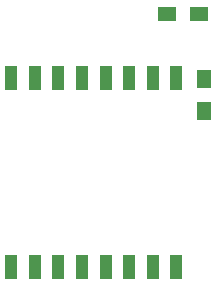
<source format=gbr>
%TF.GenerationSoftware,KiCad,Pcbnew,5.1.7-a382d34a8~87~ubuntu20.04.1*%
%TF.CreationDate,2021-02-22T15:40:43+01:00*%
%TF.ProjectId,smartyreader_ng_lora,736d6172-7479-4726-9561-6465725f6e67,rev?*%
%TF.SameCoordinates,Original*%
%TF.FileFunction,Paste,Bot*%
%TF.FilePolarity,Positive*%
%FSLAX46Y46*%
G04 Gerber Fmt 4.6, Leading zero omitted, Abs format (unit mm)*
G04 Created by KiCad (PCBNEW 5.1.7-a382d34a8~87~ubuntu20.04.1) date 2021-02-22 15:40:43*
%MOMM*%
%LPD*%
G01*
G04 APERTURE LIST*
%ADD10R,1.000000X2.000000*%
%ADD11R,1.300000X1.500000*%
%ADD12R,1.500000X1.300000*%
G04 APERTURE END LIST*
D10*
%TO.C,U1*%
X142810000Y-111126000D03*
X140810000Y-111126000D03*
X138810000Y-111126000D03*
X136810000Y-111126000D03*
X134810000Y-111126000D03*
X132810000Y-111126000D03*
X130810000Y-111126000D03*
X128810000Y-111126000D03*
X128810000Y-127126000D03*
X130810000Y-127126000D03*
X132810000Y-127126000D03*
X134810000Y-127126000D03*
X136810000Y-127126000D03*
X138810000Y-127126000D03*
X140810000Y-127126000D03*
X142810000Y-127126000D03*
%TD*%
D11*
%TO.C,JP2*%
X145161000Y-113919000D03*
X145161000Y-111219000D03*
%TD*%
D12*
%TO.C,JP1*%
X144686000Y-105664000D03*
X141986000Y-105664000D03*
%TD*%
M02*

</source>
